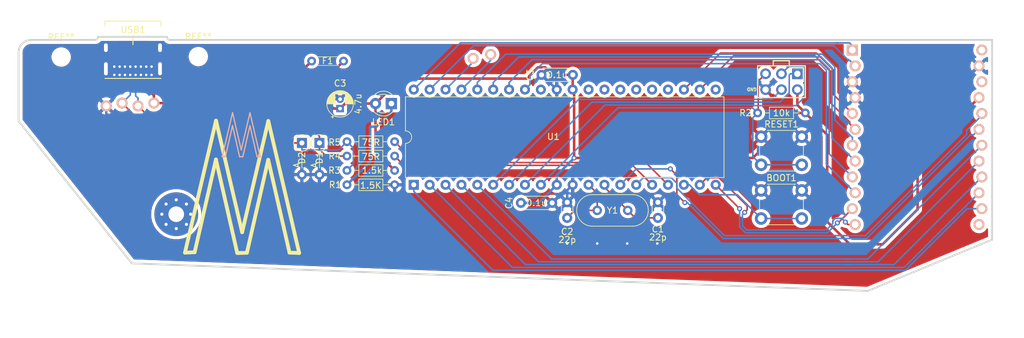
<source format=kicad_pcb>
(kicad_pcb (version 20171130) (host pcbnew 5.1.4+dfsg1-1~bpo10+1)
  (layers (0 F.Cu signal) (31 B.Cu signal) (34 B.Paste user) (35 F.Paste user) (36 B.SilkS user) (37 F.SilkS user) (38 B.Mask user) (39 F.Mask user) (44 Edge.Cuts user))
  (net 0 "")
  (net 1 D-)
  (net 2 GND)
  (net 3 boot)
  (net 4 "Net-(C1-Pad1)")
  (net 5 "Net-(C2-Pad1)")
  (net 6 +5V)
  (net 7 "Net-(D1-Pad1)")
  (net 8 "Net-(F1-Pad1)")
  (net 9 reset)
  (net 10 MOSI)
  (net 11 SCK)
  (net 12 MISO)
  (net 13 "Net-(LED1-Pad1)")
  (net 14 D+)
  (net 15 "Net-(U1-Pad32)")
  (net 16 "Net-(U1-Pad23)")
  (net 17 "Net-(U1-Pad22)")
  (net 18 "Net-(D2-Pad1)")
  (net 19 PD7)
  (net 20 PD6)
  (net 21 PD5)
  (net 22 PD1)
  (net 23 PD0)
  (net 24 PC7)
  (net 25 PC6)
  (net 26 PC5)
  (net 27 PC4)
  (net 28 PC3)
  (net 29 PC2)
  (net 30 PB4)
  (net 31 PB3)
  (net 32 PB2)
  (net 33 PB1)
  (net 34 PB0)
  (net 35 PA7)
  (net 36 PA6)
  (net 37 PA5)
  (net 38 PA4)
  (net 39 PA3)
  (net 40 PA2)
  (net 41 PA1)
  (net 42 PA0)
  (module cftkb:USB_C_GCT_USB4085 (layer F.Cu) (at 78.42 66.8 180)
    (fp_text reference USB1 (at -0.017498 1.13737) (layer F.SilkS))
    (fp_text value USB_C_GCT_USB4085)
    (pad S1 thru_hole oval (at 4.325 -1.74 180) (size 0.9 1.7) (drill oval 0.6 1.4) (layers *.Cu *.Mask))
    (pad S1 thru_hole oval (at -4.325 -1.74 180) (size 0.9 1.7) (drill oval 0.6 1.4) (layers *.Cu *.Mask))
    (pad S1 thru_hole oval (at 4.325 -5.12 180) (size 0.9 2.4) (drill oval 0.6 2.1) (layers *.Cu *.Mask))
    (pad S1 thru_hole oval (at -4.325 -5.12 180) (size 0.9 2.4) (drill oval 0.6 2.1) (layers *.Cu *.Mask))
    (pad B1 thru_hole oval (at 2.98 -4.775 180) (size 0.65 1) (drill 0.4) (layers *.Cu *.Mask) (net 2 GND))
    (pad B4 thru_hole oval (at 2.13 -4.775 180) (size 0.65 1) (drill 0.4) (layers *.Cu *.Mask) (net 6 +5V))
    (pad B5 thru_hole oval (at 1.28 -4.775 180) (size 0.65 1) (drill 0.4) (layers *.Cu *.Mask))
    (pad B6 thru_hole oval (at 0.43 -4.775 180) (size 0.65 1) (drill 0.4) (layers *.Cu *.Mask) (net 7 "Net-(D1-Pad1)"))
    (pad B7 thru_hole oval (at -0.42 -4.775 180) (size 0.65 1) (drill 0.4) (layers *.Cu *.Mask) (net 18 "Net-(D2-Pad1)"))
    (pad B8 thru_hole oval (at -1.27 -4.775 180) (size 0.65 1) (drill 0.4) (layers *.Cu *.Mask))
    (pad B9 thru_hole oval (at -2.12 -4.775 180) (size 0.65 1) (drill 0.4) (layers *.Cu *.Mask) (net 8 "Net-(F1-Pad1)"))
    (pad B12 thru_hole oval (at -2.975 -4.775 180) (size 0.65 1) (drill 0.4) (layers *.Cu *.Mask))
    (pad A12 thru_hole oval (at 2.975 -6.1 180) (size 0.65 1) (drill 0.4) (layers *.Cu *.Mask) (net 2 GND))
    (pad A9 thru_hole oval (at 2.125 -6.1 180) (size 0.65 1) (drill 0.4) (layers *.Cu *.Mask) (net 6 +5V))
    (pad A8 thru_hole oval (at 1.275 -6.1 180) (size 0.65 1) (drill 0.4) (layers *.Cu *.Mask))
    (pad A7 thru_hole oval (at 0.425 -6.1 180) (size 0.65 1) (drill 0.4) (layers *.Cu *.Mask) (net 18 "Net-(D2-Pad1)"))
    (pad A6 thru_hole oval (at -0.425 -6.1 180) (size 0.65 1) (drill 0.4) (layers *.Cu *.Mask) (net 7 "Net-(D1-Pad1)"))
    (pad A4 thru_hole oval (at -2.125 -6.1 180) (size 0.65 1) (drill 0.4) (layers *.Cu *.Mask) (net 8 "Net-(F1-Pad1)"))
    (pad A1 thru_hole oval (at -2.975 -6.1 180) (size 0.65 1) (drill 0.4) (layers *.Cu *.Mask))
    (pad A5 thru_hole oval (at -1.275 -6.1 180) (size 0.65 1) (drill 0.4) (layers *.Cu *.Mask))
  )
  (module Keebio-Parts:SinglePad (layer F.Cu) (at 135.6 69.62)
    (fp_text reference J6 hide)
    (fp_text value PA3 hide)
    (pad 1 thru_hole circle (at 0 0 270) (size 1.7526 1.7526) (drill 1.0922) (layers *.Cu *.SilkS *.Mask) (net 39 PA3))
  )
  (module Keebio-Parts:SinglePad (layer F.Cu) (at 132.79 70.26)
    (fp_text reference J6 hide)
    (fp_text value PA2 hide)
    (pad 1 thru_hole circle (at 0 0 270) (size 1.7526 1.7526) (drill 1.0922) (layers *.Cu *.SilkS *.Mask) (net 40 PA2))
  )
  (module locallib:60_Outline-Modded (layer F.Cu) (at 202.64 114.6)
    (fp_text reference REF** hide)
    (fp_text value 60_Outline hide)
    (fp_line (start 0 -47.3) (end -118.3 -47.3) (layer Edge.Cuts) (width 0.3))
    (fp_arc (start -140.5 -45.3) (end -142.5 -45.3) (angle 90) (layer Edge.Cuts) (width 0.3))
    (fp_line (start -142.5 -34.29) (end -142.5 -45.3) (layer Edge.Cuts) (width 0.3))
    (fp_line (start -129.8 -47.8) (end -118.8 -47.8) (layer Edge.Cuts) (width 0.3))
    (fp_arc (start -130.3 -47.8) (end -129.8 -47.8) (angle 90) (layer Edge.Cuts) (width 0.3))
    (fp_arc (start -118.3 -47.8) (end -118.3 -47.3) (angle 90) (layer Edge.Cuts) (width 0.3))
    (fp_line (start -140.5 -47.3) (end -130.3 -47.3) (layer Edge.Cuts) (width 0.3))
    (pad 1 thru_hole circle (at -115.673654 -17.773654) (size 1 1) (drill 0.5) (layers *.Cu *.Mask))
    (pad 1 thru_hole circle (at -118.926346 -17.773654) (size 1 1) (drill 0.5) (layers *.Cu *.Mask))
    (pad 1 thru_hole circle (at -115.673654 -21.026346) (size 1 1) (drill 0.5) (layers *.Cu *.Mask))
    (pad 1 thru_hole circle (at -118.926346 -21.026346) (size 1 1) (drill 0.5) (layers *.Cu *.Mask))
    (pad 1 thru_hole circle (at -117.3 -17.1) (size 1 1) (drill 0.5) (layers *.Cu *.Mask))
    (pad 1 thru_hole circle (at -115 -19.4) (size 1 1) (drill 0.5) (layers *.Cu *.Mask))
    (pad 1 thru_hole circle (at -119.6 -19.4) (size 1 1) (drill 0.5) (layers *.Cu *.Mask))
    (pad 1 thru_hole circle (at -117.3 -21.7) (size 1 1) (drill 0.5) (layers *.Cu *.Mask))
    (pad 1 thru_hole circle (at -117.3 -19.4) (size 7.0013 7.0013) (drill 2.4994) (layers *.Cu *.Mask))
  )
  (module Package_DIP:DIP-40_W15.24mm (layer F.Cu) (at 123.305 90.49 90)
    (fp_text reference U1 (at 7.7 22.325) (layer F.SilkS))
    (fp_text value ATmega32A-PU)
    (pad 40 thru_hole oval (at 15.24 0 90) (size 1.6 1.6) (drill 0.8) (layers *.Cu *.Mask) (net 42 PA0))
    (pad 20 thru_hole oval (at 0 48.26 90) (size 1.6 1.6) (drill 0.8) (layers *.Cu *.Mask) (net 20 PD6))
    (pad 39 thru_hole oval (at 15.24 2.54 90) (size 1.6 1.6) (drill 0.8) (layers *.Cu *.Mask) (net 41 PA1))
    (pad 19 thru_hole oval (at 0 45.72 90) (size 1.6 1.6) (drill 0.8) (layers *.Cu *.Mask) (net 21 PD5))
    (pad 38 thru_hole oval (at 15.24 5.08 90) (size 1.6 1.6) (drill 0.8) (layers *.Cu *.Mask) (net 40 PA2))
    (pad 18 thru_hole oval (at 0 43.18 90) (size 1.6 1.6) (drill 0.8) (layers *.Cu *.Mask) (net 3 boot))
    (pad 37 thru_hole oval (at 15.24 7.62 90) (size 1.6 1.6) (drill 0.8) (layers *.Cu *.Mask) (net 39 PA3))
    (pad 17 thru_hole oval (at 0 40.64 90) (size 1.6 1.6) (drill 0.8) (layers *.Cu *.Mask) (net 1 D-))
    (pad 36 thru_hole oval (at 15.24 10.16 90) (size 1.6 1.6) (drill 0.8) (layers *.Cu *.Mask) (net 38 PA4))
    (pad 16 thru_hole oval (at 0 38.1 90) (size 1.6 1.6) (drill 0.8) (layers *.Cu *.Mask) (net 14 D+))
    (pad 35 thru_hole oval (at 15.24 12.7 90) (size 1.6 1.6) (drill 0.8) (layers *.Cu *.Mask) (net 37 PA5))
    (pad 15 thru_hole oval (at 0 35.56 90) (size 1.6 1.6) (drill 0.8) (layers *.Cu *.Mask) (net 22 PD1))
    (pad 34 thru_hole oval (at 15.24 15.24 90) (size 1.6 1.6) (drill 0.8) (layers *.Cu *.Mask) (net 36 PA6))
    (pad 14 thru_hole oval (at 0 33.02 90) (size 1.6 1.6) (drill 0.8) (layers *.Cu *.Mask) (net 23 PD0))
    (pad 33 thru_hole oval (at 15.24 17.78 90) (size 1.6 1.6) (drill 0.8) (layers *.Cu *.Mask) (net 35 PA7))
    (pad 13 thru_hole oval (at 0 30.48 90) (size 1.6 1.6) (drill 0.8) (layers *.Cu *.Mask) (net 4 "Net-(C1-Pad1)"))
    (pad 32 thru_hole oval (at 15.24 20.32 90) (size 1.6 1.6) (drill 0.8) (layers *.Cu *.Mask) (net 15 "Net-(U1-Pad32)"))
    (pad 12 thru_hole oval (at 0 27.94 90) (size 1.6 1.6) (drill 0.8) (layers *.Cu *.Mask) (net 5 "Net-(C2-Pad1)"))
    (pad 31 thru_hole oval (at 15.24 22.86 90) (size 1.6 1.6) (drill 0.8) (layers *.Cu *.Mask) (net 2 GND))
    (pad 11 thru_hole oval (at 0 25.4 90) (size 1.6 1.6) (drill 0.8) (layers *.Cu *.Mask) (net 2 GND))
    (pad 30 thru_hole oval (at 15.24 25.4 90) (size 1.6 1.6) (drill 0.8) (layers *.Cu *.Mask) (net 6 +5V))
    (pad 10 thru_hole oval (at 0 22.86 90) (size 1.6 1.6) (drill 0.8) (layers *.Cu *.Mask) (net 6 +5V))
    (pad 29 thru_hole oval (at 15.24 27.94 90) (size 1.6 1.6) (drill 0.8) (layers *.Cu *.Mask) (net 24 PC7))
    (pad 9 thru_hole oval (at 0 20.32 90) (size 1.6 1.6) (drill 0.8) (layers *.Cu *.Mask) (net 9 reset))
    (pad 28 thru_hole oval (at 15.24 30.48 90) (size 1.6 1.6) (drill 0.8) (layers *.Cu *.Mask) (net 25 PC6))
    (pad 8 thru_hole oval (at 0 17.78 90) (size 1.6 1.6) (drill 0.8) (layers *.Cu *.Mask) (net 11 SCK))
    (pad 27 thru_hole oval (at 15.24 33.02 90) (size 1.6 1.6) (drill 0.8) (layers *.Cu *.Mask) (net 26 PC5))
    (pad 7 thru_hole oval (at 0 15.24 90) (size 1.6 1.6) (drill 0.8) (layers *.Cu *.Mask) (net 12 MISO))
    (pad 26 thru_hole oval (at 15.24 35.56 90) (size 1.6 1.6) (drill 0.8) (layers *.Cu *.Mask) (net 27 PC4))
    (pad 6 thru_hole oval (at 0 12.7 90) (size 1.6 1.6) (drill 0.8) (layers *.Cu *.Mask) (net 10 MOSI))
    (pad 25 thru_hole oval (at 15.24 38.1 90) (size 1.6 1.6) (drill 0.8) (layers *.Cu *.Mask) (net 28 PC3))
    (pad 5 thru_hole oval (at 0 10.16 90) (size 1.6 1.6) (drill 0.8) (layers *.Cu *.Mask) (net 30 PB4))
    (pad 24 thru_hole oval (at 15.24 40.64 90) (size 1.6 1.6) (drill 0.8) (layers *.Cu *.Mask) (net 29 PC2))
    (pad 4 thru_hole oval (at 0 7.62 90) (size 1.6 1.6) (drill 0.8) (layers *.Cu *.Mask) (net 31 PB3))
    (pad 23 thru_hole oval (at 15.24 43.18 90) (size 1.6 1.6) (drill 0.8) (layers *.Cu *.Mask) (net 16 "Net-(U1-Pad23)"))
    (pad 3 thru_hole oval (at 0 5.08 90) (size 1.6 1.6) (drill 0.8) (layers *.Cu *.Mask) (net 32 PB2))
    (pad 22 thru_hole oval (at 15.24 45.72 90) (size 1.6 1.6) (drill 0.8) (layers *.Cu *.Mask) (net 17 "Net-(U1-Pad22)"))
    (pad 2 thru_hole oval (at 0 2.54 90) (size 1.6 1.6) (drill 0.8) (layers *.Cu *.Mask) (net 33 PB1))
    (pad 21 thru_hole oval (at 15.24 48.26 90) (size 1.6 1.6) (drill 0.8) (layers *.Cu *.Mask) (net 19 PD7))
    (pad 1 thru_hole rect (at 0 0 90) (size 1.6 1.6) (drill 0.8) (layers *.Cu *.Mask) (net 34 PB0))
  )
  (module MountingHole:MountingHole_2.1mm (layer F.Cu) (at 66.95 70.04)
    (fp_text reference REF** (at 0 -3.2) (layer F.SilkS))
    (fp_text value MountingHole_2.1mm)
    (pad "" np_thru_hole circle (at 0 0) (size 2.1 2.1) (drill 2.1) (layers *.Cu *.Mask))
  )
  (module MountingHole:MountingHole_2.1mm (layer F.Cu) (at 88.87 69.97)
    (fp_text reference REF** (at 0 -3.2) (layer F.SilkS))
    (fp_text value MountingHole_2.1mm)
    (pad "" np_thru_hole circle (at 0 0) (size 2.1 2.1) (drill 2.1) (layers *.Cu *.Mask))
  )
  (module "" (layer F.Cu) (at 76.69 77.64 90)
    (fp_text reference "" (at 0 0 90) (layer F.SilkS) (effects (font (size 1.27 1.27))))
    (fp_text value "" (at 0 0 90) (layer F.SilkS) (effects (font (size 1.27 1.27))))
    (pad 25 thru_hole circle (at 0.2286 5.08 90) (size 1.7526 1.7526) (drill 1.0922) (layers *.Cu *.SilkS *.Mask) (net 8 "Net-(F1-Pad1)"))
    (pad 26 thru_hole circle (at -0.2286 2.54 90) (size 1.7526 1.7526) (drill 1.0922) (layers *.Cu *.SilkS *.Mask) (net 7 "Net-(D1-Pad1)"))
    (pad 27 thru_hole circle (at 0.2286 0 90) (size 1.7526 1.7526) (drill 1.0922) (layers *.Cu *.SilkS *.Mask) (net 18 "Net-(D2-Pad1)"))
    (pad 28 thru_hole circle (at -0.2286 -2.54 90) (size 1.7526 1.7526) (drill 1.0922) (layers *.Cu *.SilkS *.Mask) (net 2 GND))
  )
  (module Keebio-Parts:ArduinoProMicro-Mini-USB-ZigZag (layer F.Cu) (at 203.7588 82.88528 270)
    (fp_text reference U2 hide)
    (fp_text value ProMicro hide)
    (pad 1 thru_hole rect (at -13.97 10.3486 270) (size 1.7526 1.7526) (drill 1.0922) (layers *.Cu *.SilkS *.Mask) (net 42 PA0))
    (pad 2 thru_hole circle (at -11.43 9.8914 270) (size 1.7526 1.7526) (drill 1.0922) (layers *.Cu *.SilkS *.Mask) (net 41 PA1))
    (pad 3 thru_hole circle (at -8.89 10.3486 270) (size 1.7526 1.7526) (drill 1.0922) (layers *.Cu *.SilkS *.Mask) (net 2 GND))
    (pad 4 thru_hole circle (at -6.35 9.8914 270) (size 1.7526 1.7526) (drill 1.0922) (layers *.Cu *.SilkS *.Mask) (net 2 GND))
    (pad 5 thru_hole circle (at -3.81 10.3486 270) (size 1.7526 1.7526) (drill 1.0922) (layers *.Cu *.SilkS *.Mask) (net 16 "Net-(U1-Pad23)"))
    (pad 6 thru_hole circle (at -1.27 9.8914 270) (size 1.7526 1.7526) (drill 1.0922) (layers *.Cu *.SilkS *.Mask) (net 17 "Net-(U1-Pad22)"))
    (pad 7 thru_hole circle (at 1.27 10.3486 270) (size 1.7526 1.7526) (drill 1.0922) (layers *.Cu *.SilkS *.Mask) (net 38 PA4))
    (pad 8 thru_hole circle (at 3.81 9.8914 270) (size 1.7526 1.7526) (drill 1.0922) (layers *.Cu *.SilkS *.Mask) (net 37 PA5))
    (pad 9 thru_hole circle (at 6.35 10.3486 270) (size 1.7526 1.7526) (drill 1.0922) (layers *.Cu *.SilkS *.Mask) (net 36 PA6))
    (pad 10 thru_hole circle (at 8.89 9.8914 270) (size 1.7526 1.7526) (drill 1.0922) (layers *.Cu *.SilkS *.Mask) (net 35 PA7))
    (pad 11 thru_hole circle (at 11.43 10.3486 270) (size 1.7526 1.7526) (drill 1.0922) (layers *.Cu *.SilkS *.Mask) (net 20 PD6))
    (pad 13 thru_hole circle (at 13.97 -9.8914 270) (size 1.7526 1.7526) (drill 1.0922) (layers *.Cu *.SilkS *.Mask))
    (pad 14 thru_hole circle (at 11.43 -10.3486 270) (size 1.7526 1.7526) (drill 1.0922) (layers *.Cu *.SilkS *.Mask) (net 34 PB0))
    (pad 15 thru_hole circle (at 8.89 -9.8914 270) (size 1.7526 1.7526) (drill 1.0922) (layers *.Cu *.SilkS *.Mask) (net 33 PB1))
    (pad 16 thru_hole circle (at 6.35 -10.3486 270) (size 1.7526 1.7526) (drill 1.0922) (layers *.Cu *.SilkS *.Mask) (net 32 PB2))
    (pad 17 thru_hole circle (at 3.81 -9.8914 270) (size 1.7526 1.7526) (drill 1.0922) (layers *.Cu *.SilkS *.Mask) (net 31 PB3))
    (pad 18 thru_hole circle (at 1.27 -10.3486 270) (size 1.7526 1.7526) (drill 1.0922) (layers *.Cu *.SilkS *.Mask) (net 30 PB4))
    (pad 19 thru_hole circle (at -1.27 -9.8914 270) (size 1.7526 1.7526) (drill 1.0922) (layers *.Cu *.SilkS *.Mask) (net 23 PD0))
    (pad 20 thru_hole circle (at -3.81 -10.3486 270) (size 1.7526 1.7526) (drill 1.0922) (layers *.Cu *.SilkS *.Mask) (net 22 PD1))
    (pad 21 thru_hole circle (at -6.35 -9.8914 270) (size 1.7526 1.7526) (drill 1.0922) (layers *.Cu *.SilkS *.Mask) (net 6 +5V))
    (pad 22 thru_hole circle (at -8.89 -10.3486 270) (size 1.7526 1.7526) (drill 1.0922) (layers *.Cu *.SilkS *.Mask))
    (pad 23 thru_hole circle (at -11.43 -9.8914 270) (size 1.7526 1.7526) (drill 1.0922) (layers *.Cu *.SilkS *.Mask) (net 2 GND))
    (pad 12 thru_hole circle (at 13.97 9.8914 270) (size 1.7526 1.7526) (drill 1.0922) (layers *.Cu *.SilkS *.Mask) (net 21 PD5))
    (pad 24 thru_hole circle (at -13.97 -10.3486 270) (size 1.7526 1.7526) (drill 1.0922) (layers *.Cu *.SilkS *.Mask))
  )
  (module Resistor_THT:R_Axial_DIN0204_L3.6mm_D1.6mm_P7.62mm_Horizontal (layer F.Cu) (at 120.25 83.59 180)
    (fp_text reference R5 (at 9.6 -0.1) (layer F.SilkS))
    (fp_text value 75R (at 3.8 -0.1) (layer F.SilkS))
    (pad 2 thru_hole oval (at 7.62 0 180) (size 1.4 1.4) (drill 0.7) (layers *.Cu *.Mask) (net 18 "Net-(D2-Pad1)"))
    (pad 1 thru_hole circle (at 0 0 180) (size 1.4 1.4) (drill 0.7) (layers *.Cu *.Mask) (net 1 D-))
  )
  (module Crystal:Crystal_HC49-4H_Vertical (layer F.Cu) (at 152.63 94.59)
    (fp_text reference Y1 (at 2.44 0) (layer F.SilkS))
    (fp_text value Crystal)
    (pad 2 thru_hole circle (at 4.88 0) (size 1.5 1.5) (drill 0.8) (layers *.Cu *.Mask) (net 4 "Net-(C1-Pad1)"))
    (pad 1 thru_hole circle (at 0 0) (size 1.5 1.5) (drill 0.8) (layers *.Cu *.Mask) (net 5 "Net-(C2-Pad1)"))
  )
  (module Button_Switch_THT:SW_PUSH_6mm (layer F.Cu) (at 178.83 82.79)
    (fp_text reference RESET1 (at 3.25 -2) (layer F.SilkS))
    (fp_text value RESET)
    (pad 1 thru_hole circle (at 6.5 0 90) (size 2 2) (drill 1.1) (layers *.Cu *.Mask) (net 2 GND))
    (pad 2 thru_hole circle (at 6.5 4.5 90) (size 2 2) (drill 1.1) (layers *.Cu *.Mask) (net 9 reset))
    (pad 1 thru_hole circle (at 0 0 90) (size 2 2) (drill 1.1) (layers *.Cu *.Mask) (net 2 GND))
    (pad 2 thru_hole circle (at 0 4.5 90) (size 2 2) (drill 1.1) (layers *.Cu *.Mask) (net 9 reset))
  )
  (module Resistor_THT:R_Axial_DIN0204_L3.6mm_D1.6mm_P7.62mm_Horizontal (layer F.Cu) (at 120.25 85.89 180)
    (fp_text reference R4 (at 9.6 0) (layer F.SilkS))
    (fp_text value 75R (at 3.81 -0.1) (layer F.SilkS))
    (pad 2 thru_hole oval (at 7.62 0 180) (size 1.4 1.4) (drill 0.7) (layers *.Cu *.Mask) (net 7 "Net-(D1-Pad1)"))
    (pad 1 thru_hole circle (at 0 0 180) (size 1.4 1.4) (drill 0.7) (layers *.Cu *.Mask) (net 14 D+))
  )
  (module Resistor_THT:R_Axial_DIN0204_L3.6mm_D1.6mm_P7.62mm_Horizontal (layer F.Cu) (at 112.63 88.19)
    (fp_text reference R3 (at -2 0) (layer F.SilkS))
    (fp_text value 1.5k (at 4 0) (layer F.SilkS))
    (pad 2 thru_hole oval (at 7.62 0) (size 1.4 1.4) (drill 0.7) (layers *.Cu *.Mask) (net 6 +5V))
    (pad 1 thru_hole circle (at 0 0) (size 1.4 1.4) (drill 0.7) (layers *.Cu *.Mask) (net 18 "Net-(D2-Pad1)"))
  )
  (module Resistor_THT:R_Axial_DIN0204_L3.6mm_D1.6mm_P7.62mm_Horizontal (layer F.Cu) (at 185.89 78.99 180)
    (fp_text reference R2 (at 9.56 0) (layer F.SilkS))
    (fp_text value 10k (at 3.81 0) (layer F.SilkS))
    (pad 2 thru_hole oval (at 7.62 0 180) (size 1.4 1.4) (drill 0.7) (layers *.Cu *.Mask) (net 9 reset))
    (pad 1 thru_hole circle (at 0 0 180) (size 1.4 1.4) (drill 0.7) (layers *.Cu *.Mask) (net 6 +5V))
  )
  (module Resistor_THT:R_Axial_DIN0204_L3.6mm_D1.6mm_P7.62mm_Horizontal (layer F.Cu) (at 112.63 90.49)
    (fp_text reference R1 (at -1.9 0) (layer F.SilkS))
    (fp_text value 1.5K (at 3.8 0.1) (layer F.SilkS))
    (pad 2 thru_hole oval (at 7.62 0) (size 1.4 1.4) (drill 0.7) (layers *.Cu *.Mask) (net 2 GND))
    (pad 1 thru_hole circle (at 0 0) (size 1.4 1.4) (drill 0.7) (layers *.Cu *.Mask) (net 13 "Net-(LED1-Pad1)"))
  )
  (module LED_THT:LED_D3.0mm (layer F.Cu) (at 119.73 77.49 180)
    (fp_text reference LED1 (at 1.27 -2.96) (layer F.SilkS))
    (fp_text value POWER)
    (pad 2 thru_hole circle (at 2.54 0 180) (size 1.8 1.8) (drill 0.9) (layers *.Cu *.Mask) (net 6 +5V))
    (pad 1 thru_hole rect (at 0 0 180) (size 1.8 1.8) (drill 0.9) (layers *.Cu *.Mask) (net 13 "Net-(LED1-Pad1)"))
  )
  (module Keebio-Parts:AVR_ICSP_3x2 (layer F.Cu) (at 182.08 73.99 180)
    (fp_text reference J1 hide)
    (fp_text value AVR-ISP-6 hide)
    (pad 6 thru_hole circle (at 2.54 -1.27 180) (size 1.7 1.7) (drill 1.016) (layers *.Cu *.Mask) (net 2 GND))
    (pad 5 thru_hole circle (at 2.54 1.27 180) (size 1.7 1.7) (drill 1.016) (layers *.Cu *.Mask) (net 9 reset))
    (pad 4 thru_hole circle (at 0 -1.27 180) (size 1.7 1.7) (drill 1.016) (layers *.Cu *.Mask) (net 10 MOSI))
    (pad 3 thru_hole circle (at 0 1.27 180) (size 1.7 1.7) (drill 1.016) (layers *.Cu *.Mask) (net 11 SCK))
    (pad 2 thru_hole circle (at -2.54 -1.27 180) (size 1.7 1.7) (drill 1.016) (layers *.Cu *.Mask) (net 6 +5V))
    (pad 1 thru_hole rect (at -2.54 1.27 180) (size 1.7 1.7) (drill 1.016) (layers *.Cu *.Mask) (net 12 MISO))
  )
  (module Keebio-Parts:polyfuse_5.1mm (layer F.Cu) (at 109.53 70.69)
    (fp_text reference F1 (at 0 -0.025) (layer F.SilkS))
    (fp_text value 500mA)
    (pad 1 thru_hole circle (at -2.55 0) (size 1.4 1.4) (drill 0.7) (layers *.Cu *.Mask) (net 8 "Net-(F1-Pad1)"))
    (pad 2 thru_hole circle (at 2.55 0) (size 1.4 1.4) (drill 0.7) (layers *.Cu *.Mask) (net 6 +5V))
  )
  (module Diode_THT:D_DO-35_SOD27_P5.08mm_Vertical_AnodeUp (layer F.Cu) (at 105.43 83.79 270)
    (fp_text reference D2 (at 2.4 0 90) (layer F.SilkS))
    (fp_text value 3.6V)
    (fp_text user A (at 3.58 0.8 90) (layer F.SilkS))
    (pad 2 thru_hole oval (at 5.08 0 270) (size 1.6 1.6) (drill 0.8) (layers *.Cu *.Mask) (net 2 GND))
    (pad 1 thru_hole rect (at 0 0 270) (size 1.6 1.6) (drill 0.8) (layers *.Cu *.Mask) (net 18 "Net-(D2-Pad1)"))
  )
  (module Diode_THT:D_DO-35_SOD27_P5.08mm_Vertical_AnodeUp (layer F.Cu) (at 108.23 83.79 270)
    (fp_text reference D1 (at 2.4 0 90) (layer F.SilkS))
    (fp_text value 3.6V)
    (fp_text user A (at 3.58 0.8 90) (layer F.SilkS))
    (pad 2 thru_hole oval (at 5.08 0 270) (size 1.6 1.6) (drill 0.8) (layers *.Cu *.Mask) (net 2 GND))
    (pad 1 thru_hole rect (at 0 0 270) (size 1.6 1.6) (drill 0.8) (layers *.Cu *.Mask) (net 7 "Net-(D1-Pad1)"))
  )
  (module Capacitor_THT:C_Disc_D4.3mm_W1.9mm_P5.00mm (layer F.Cu) (at 148.73 72.89 180)
    (fp_text reference C5 (at 6.8 0 270) (layer F.SilkS))
    (fp_text value 0.1u (at 2.5 0) (layer F.SilkS))
    (pad 2 thru_hole circle (at 5 0 180) (size 1.6 1.6) (drill 0.8) (layers *.Cu *.Mask) (net 2 GND))
    (pad 1 thru_hole circle (at 0 0 180) (size 1.6 1.6) (drill 0.8) (layers *.Cu *.Mask) (net 6 +5V))
  )
  (module Capacitor_THT:C_Disc_D4.3mm_W1.9mm_P5.00mm (layer F.Cu) (at 140.43 93.39)
    (fp_text reference C4 (at -1.9 0 -90) (layer F.SilkS))
    (fp_text value 0.1u (at 2.5 0) (layer F.SilkS))
    (pad 2 thru_hole circle (at 5 0) (size 1.6 1.6) (drill 0.8) (layers *.Cu *.Mask) (net 2 GND))
    (pad 1 thru_hole circle (at 0 0) (size 1.6 1.6) (drill 0.8) (layers *.Cu *.Mask) (net 6 +5V))
  )
  (module Capacitor_THT:CP_Radial_D4.0mm_P1.50mm (layer F.Cu) (at 111.53 78.29 90)
    (fp_text reference C3 (at 4.047599 0 180) (layer F.SilkS))
    (fp_text value 4.7u (at 0.75 2.9 90) (layer F.SilkS))
    (pad 2 thru_hole circle (at 1.5 0 90) (size 1.2 1.2) (drill 0.6) (layers *.Cu *.Mask) (net 2 GND))
    (pad 1 thru_hole rect (at 0 0 90) (size 1.2 1.2) (drill 0.6) (layers *.Cu *.Mask) (net 6 +5V))
  )
  (module Capacitor_THT:C_Disc_D3.0mm_W1.6mm_P2.50mm (layer F.Cu) (at 147.83 95.79 90)
    (fp_text reference C2 (at -2.2 0 180) (layer F.SilkS))
    (fp_text value 22p (at -3.5 0 180) (layer F.SilkS))
    (pad 2 thru_hole circle (at 2.5 0 90) (size 1.6 1.6) (drill 0.8) (layers *.Cu *.Mask) (net 2 GND))
    (pad 1 thru_hole circle (at 0 0 90) (size 1.6 1.6) (drill 0.8) (layers *.Cu *.Mask) (net 5 "Net-(C2-Pad1)"))
  )
  (module Capacitor_THT:C_Disc_D3.0mm_W1.6mm_P2.50mm (layer F.Cu) (at 162.33 95.79 90)
    (fp_text reference C1 (at -1.8 0 180) (layer F.SilkS))
    (fp_text value 22p (at -3.1 0 180) (layer F.SilkS))
    (pad 2 thru_hole circle (at 2.5 0 90) (size 1.6 1.6) (drill 0.8) (layers *.Cu *.Mask) (net 2 GND))
    (pad 1 thru_hole circle (at 0 0 90) (size 1.6 1.6) (drill 0.8) (layers *.Cu *.Mask) (net 4 "Net-(C1-Pad1)"))
  )
  (module Button_Switch_THT:SW_PUSH_6mm (layer F.Cu) (at 178.83 91.39)
    (fp_text reference BOOT1 (at 3.25 -2) (layer F.SilkS))
    (fp_text value BOOT)
    (pad 1 thru_hole circle (at 6.5 0 90) (size 2 2) (drill 1.1) (layers *.Cu *.Mask) (net 2 GND))
    (pad 2 thru_hole circle (at 6.5 4.5 90) (size 2 2) (drill 1.1) (layers *.Cu *.Mask) (net 3 boot))
    (pad 1 thru_hole circle (at 0 0 90) (size 2 2) (drill 1.1) (layers *.Cu *.Mask) (net 2 GND))
    (pad 2 thru_hole circle (at 0 4.5 90) (size 2 2) (drill 1.1) (layers *.Cu *.Mask) (net 3 boot))
  )
  (gr_line (start 93.199541 85.97223) (end 94.334547 81.020387) (layer B.SilkS) (width 0.2))
  (gr_line (start 94.339337 78.947084) (end 92.6841 85.991843) (layer B.SilkS) (width 0.2))
  (gr_line (start 92.6841 85.991843) (end 93.199541 85.97223) (layer B.SilkS) (width 0.2))
  (gr_line (start 94.334547 81.020387) (end 95.469553 86.011456) (layer B.SilkS) (width 0.2))
  (gr_line (start 95.729578 84.904781) (end 94.339337 78.947084) (layer B.SilkS) (width 0.2))
  (gr_line (start 95.469553 86.011456) (end 95.983068 86.002362) (layer B.SilkS) (width 0.2))
  (gr_line (start 95.983068 86.002362) (end 97.12 81.04) (layer B.SilkS) (width 0.2))
  (gr_line (start 98.770447 86.011456) (end 97.124789 78.966697) (layer B.SilkS) (width 0.2))
  (gr_line (start 98.255006 85.991843) (end 98.770447 86.011456) (layer B.SilkS) (width 0.2))
  (gr_line (start 97.124789 78.966697) (end 95.729578 84.904781) (layer B.SilkS) (width 0.2))
  (gr_line (start 97.12 81.04) (end 98.255006 85.991843) (layer B.SilkS) (width 0.2))
  (gr_line (start 104.992681 101.41) (end 100.055708 80.275724) (layer F.SilkS) (width 0.6))
  (gr_line (start 96.630545 101.382718) (end 100.041339 86.495633) (layer F.SilkS) (width 0.6))
  (gr_line (start 95.870073 98.089974) (end 91.69935 80.216884) (layer F.SilkS) (width 0.6))
  (gr_line (start 100.055708 80.275724) (end 95.870073 98.089974) (layer F.SilkS) (width 0.6))
  (gr_line (start 86.733641 101.35116) (end 88.279962 101.292321) (layer F.SilkS) (width 0.6))
  (gr_line (start 91.69935 80.216884) (end 86.733641 101.35116) (layer F.SilkS) (width 0.6))
  (gr_line (start 100.041339 86.495633) (end 103.446359 101.35116) (layer F.SilkS) (width 0.6))
  (gr_line (start 91.684981 86.436794) (end 95.09 101.41) (layer F.SilkS) (width 0.6))
  (gr_line (start 103.446359 101.35116) (end 104.992681 101.41) (layer F.SilkS) (width 0.6))
  (gr_line (start 88.279962 101.292321) (end 91.684981 86.436794) (layer F.SilkS) (width 0.6))
  (gr_line (start 95.09 101.41) (end 96.630545 101.382718) (layer F.SilkS) (width 0.6))
  (gr_line (start 78.24 103.07) (end 60.14 80.31) (layer Edge.Cuts) (width 0.3))
  (gr_line (start 195.88 107.48) (end 78.24 103.07) (layer Edge.Cuts) (width 0.3))
  (gr_line (start 215.76 99.27) (end 195.88 107.48) (layer Edge.Cuts) (width 0.3))
  (gr_line (start 215.76 67.3) (end 215.76 99.27) (layer Edge.Cuts) (width 0.3))
  (gr_line (start 202.64 67.3) (end 215.76 67.3) (layer Edge.Cuts) (width 0.3))
  (gr_text GND (at 177.33 75.19 180) (layer F.SilkS) (effects (font (size 0.5 0.5) (thickness 0.125))))
  (segment (start 81.395 71.575) (end 81.395 72.9) (width 0.4) (layer B.Cu) (net 0))
  (segment (start 163.145001 89.690001) (end 163.945 90.49) (width 0.25) (layer F.Cu) (net 1))
  (segment (start 160.380154 86.925154) (end 163.145001 89.690001) (width 0.25) (layer F.Cu) (net 1))
  (segment (start 123.585154 86.925154) (end 160.380154 86.925154) (width 0.25) (layer F.Cu) (net 1))
  (segment (start 120.25 83.59) (end 123.585154 86.925154) (width 0.25) (layer F.Cu) (net 1))
  (segment (start 143.73 72.89) (end 143.805 72.89) (width 0.4) (layer F.Cu) (net 2))
  (segment (start 110.13 76.79) (end 111.53 76.79) (width 0.4) (layer B.Cu) (net 2))
  (segment (start 147.83 91.365) (end 148.705 90.49) (width 0.4) (layer B.Cu) (net 2))
  (segment (start 147.83 93.29) (end 147.83 91.365) (width 0.4) (layer B.Cu) (net 2))
  (segment (start 143.805 72.89) (end 146.165 75.25) (width 0.4) (layer B.Cu) (net 2))
  (segment (start 143.73 72.89) (end 143.805 72.89) (width 0.4) (layer B.Cu) (net 2))
  (via (at 162.23 99.89) (size 0.8) (drill 0.4) (layers F.Cu B.Cu) (net 2))
  (via (at 157.43 99.89) (size 0.8) (drill 0.4) (layers F.Cu B.Cu) (net 2))
  (via (at 152.63 99.89) (size 0.8) (drill 0.4) (layers F.Cu B.Cu) (net 2))
  (via (at 147.83 99.89) (size 0.8) (drill 0.4) (layers F.Cu B.Cu) (net 2))
  (segment (start 111.53 76.79) (end 85.09 76.79) (width 0.4) (layer B.Cu) (net 2))
  (segment (start 74.15 77.8686) (end 74.15 79.107875) (width 0.4) (layer B.Cu) (net 2))
  (segment (start 75.33 79.29) (end 76.3 79.29) (width 0.4) (layer B.Cu) (net 2))
  (segment (start 74.332125 79.29) (end 76.3 79.29) (width 0.4) (layer B.Cu) (net 2))
  (segment (start 74.15 79.107875) (end 74.332125 79.29) (width 0.4) (layer B.Cu) (net 2))
  (segment (start 82.59 79.29) (end 85.09 76.79) (width 0.4) (layer B.Cu) (net 2))
  (segment (start 82.02 79.29) (end 82.59 79.29) (width 0.4) (layer B.Cu) (net 2))
  (segment (start 76.3 79.29) (end 82.02 79.29) (width 0.4) (layer B.Cu) (net 2))
  (segment (start 75.44 71.575) (end 75.44 72.895) (width 0.4) (layer B.Cu) (net 2))
  (segment (start 75.445 76.5736) (end 75.445 72.9) (width 0.4) (layer B.Cu) (net 2))
  (segment (start 74.15 77.8686) (end 75.445 76.5736) (width 0.4) (layer B.Cu) (net 2))
  (segment (start 175.03 92.09) (end 178.83 95.89) (width 0.25) (layer B.Cu) (net 3))
  (segment (start 168.959998 92.09) (end 175.03 92.09) (width 0.25) (layer B.Cu) (net 3))
  (segment (start 166.485 90.49) (end 167.359998 90.49) (width 0.25) (layer B.Cu) (net 3))
  (segment (start 167.359998 90.49) (end 168.959998 92.09) (width 0.25) (layer B.Cu) (net 3))
  (segment (start 180.244213 95.89) (end 185.33 95.89) (width 0.25) (layer B.Cu) (net 3))
  (segment (start 178.83 95.89) (end 180.244213 95.89) (width 0.25) (layer B.Cu) (net 3))
  (segment (start 158.71 95.79) (end 157.51 94.59) (width 0.25) (layer F.Cu) (net 4))
  (segment (start 162.33 95.79) (end 158.71 95.79) (width 0.25) (layer F.Cu) (net 4))
  (segment (start 153.785 90.865) (end 153.785 90.49) (width 0.25) (layer F.Cu) (net 4))
  (segment (start 157.51 94.59) (end 153.785 90.865) (width 0.25) (layer F.Cu) (net 4))
  (segment (start 152.63 91.875) (end 151.245 90.49) (width 0.25) (layer F.Cu) (net 5))
  (segment (start 152.63 94.59) (end 152.63 91.875) (width 0.25) (layer F.Cu) (net 5))
  (segment (start 149.03 94.59) (end 147.83 95.79) (width 0.25) (layer F.Cu) (net 5))
  (segment (start 152.63 94.59) (end 149.03 94.59) (width 0.25) (layer F.Cu) (net 5))
  (via (at 148.940153 86.200153) (size 0.8) (drill 0.4) (layers F.Cu B.Cu) (net 6))
  (segment (start 148.940153 75.485153) (end 148.705 75.25) (width 0.4) (layer F.Cu) (net 6))
  (segment (start 146.165 90.49) (end 146.165 88.975306) (width 0.4) (layer B.Cu) (net 6))
  (segment (start 109.53 77.29) (end 110.53 78.29) (width 0.4) (layer F.Cu) (net 6))
  (segment (start 117.19 77.49) (end 117.19 85.13) (width 0.4) (layer F.Cu) (net 6))
  (segment (start 117.19 85.13) (end 120.25 88.19) (width 0.4) (layer F.Cu) (net 6))
  (segment (start 109.53 73.24) (end 109.53 77.29) (width 0.4) (layer F.Cu) (net 6))
  (segment (start 110.53 78.29) (end 111.53 78.29) (width 0.4) (layer F.Cu) (net 6))
  (segment (start 148.940153 86.200153) (end 148.940153 75.485153) (width 0.4) (layer F.Cu) (net 6))
  (segment (start 148.705 75.25) (end 148.705 72.915) (width 0.4) (layer F.Cu) (net 6))
  (segment (start 148.705 72.915) (end 148.73 72.89) (width 0.4) (layer F.Cu) (net 6))
  (segment (start 112.08 70.69) (end 109.53 73.24) (width 0.4) (layer F.Cu) (net 6))
  (segment (start 117.19 77.49) (end 112.33 77.49) (width 0.4) (layer F.Cu) (net 6))
  (segment (start 112.33 77.49) (end 111.53 78.29) (width 0.4) (layer F.Cu) (net 6))
  (segment (start 146.165 88.975306) (end 148.940153 86.200153) (width 0.4) (layer B.Cu) (net 6))
  (segment (start 143.265 93.39) (end 146.165 90.49) (width 0.4) (layer B.Cu) (net 6))
  (segment (start 140.43 93.39) (end 143.265 93.39) (width 0.4) (layer B.Cu) (net 6))
  (segment (start 118.089999 76.590001) (end 117.19 77.49) (width 0.4) (layer F.Cu) (net 6))
  (segment (start 145.506002 72.89) (end 144.306001 71.689999) (width 0.4) (layer F.Cu) (net 6))
  (segment (start 148.73 72.89) (end 145.506002 72.89) (width 0.4) (layer F.Cu) (net 6))
  (segment (start 141.353998 73.49) (end 121.19 73.49) (width 0.4) (layer F.Cu) (net 6))
  (segment (start 144.306001 71.689999) (end 143.153999 71.689999) (width 0.4) (layer F.Cu) (net 6))
  (segment (start 143.153999 71.689999) (end 141.353998 73.49) (width 0.4) (layer F.Cu) (net 6))
  (segment (start 121.19 73.49) (end 118.089999 76.590001) (width 0.4) (layer F.Cu) (net 6))
  (segment (start 184.62 77.72) (end 184.62 75.26) (width 0.4) (layer F.Cu) (net 6))
  (segment (start 185.89 78.99) (end 184.62 77.72) (width 0.4) (layer F.Cu) (net 6))
  (segment (start 184.900051 78.99) (end 185.89 78.99) (width 0.4) (layer F.Cu) (net 6))
  (segment (start 177.502002 86.19) (end 184.702002 78.99) (width 0.4) (layer F.Cu) (net 6))
  (segment (start 184.702002 78.99) (end 184.900051 78.99) (width 0.4) (layer F.Cu) (net 6))
  (segment (start 149.515991 86.19) (end 177.502002 86.19) (width 0.4) (layer F.Cu) (net 6))
  (segment (start 149.505838 86.200153) (end 149.515991 86.19) (width 0.4) (layer F.Cu) (net 6))
  (segment (start 148.940153 86.200153) (end 149.505838 86.200153) (width 0.4) (layer F.Cu) (net 6))
  (segment (start 185.89 78.99) (end 189.39 82.49) (width 0.4) (layer F.Cu) (net 6))
  (segment (start 189.39 94.973007) (end 189.43 95.013007) (width 0.25) (layer F.Cu) (net 6))
  (segment (start 189.39 82.49) (end 189.39 94.973007) (width 0.4) (layer F.Cu) (net 6))
  (segment (start 203.84 86.34548) (end 203.84 94.42) (width 0.4) (layer F.Cu) (net 6))
  (segment (start 213.6502 76.53528) (end 203.84 86.34548) (width 0.4) (layer F.Cu) (net 6))
  (segment (start 203.84 94.42) (end 198.25 100.01) (width 0.4) (layer F.Cu) (net 6))
  (segment (start 189.39 96.39) (end 193.01 100.01) (width 0.4) (layer F.Cu) (net 6))
  (segment (start 198.25 100.01) (end 193.01 100.01) (width 0.4) (layer F.Cu) (net 6))
  (segment (start 189.39 96.3) (end 189.39 96.39) (width 0.25) (layer F.Cu) (net 6))
  (segment (start 189.39 94.973007) (end 189.39 96.3) (width 0.4) (layer F.Cu) (net 6))
  (segment (start 76.29 72.895) (end 76.295 72.9) (width 0.25) (layer B.Cu) (net 6))
  (segment (start 76.29 71.575) (end 76.29 72.895) (width 0.4) (layer B.Cu) (net 6))
  (segment (start 80.54 72.895) (end 80.545 72.9) (width 0.25) (layer B.Cu) (net 8))
  (segment (start 80.54 71.575) (end 80.54 72.895) (width 0.4) (layer B.Cu) (net 8))
  (segment (start 111.640051 85.89) (end 112.63 85.89) (width 0.25) (layer F.Cu) (net 7))
  (segment (start 109.28 85.89) (end 111.640051 85.89) (width 0.25) (layer F.Cu) (net 7))
  (segment (start 108.23 84.84) (end 109.28 85.89) (width 0.25) (layer F.Cu) (net 7))
  (segment (start 108.23 83.79) (end 108.23 84.84) (width 0.25) (layer F.Cu) (net 7))
  (segment (start 108.23 82.74) (end 108.23 83.79) (width 0.25) (layer F.Cu) (net 7))
  (segment (start 106.84 81.35) (end 108.23 82.74) (width 0.25) (layer F.Cu) (net 7))
  (segment (start 82.7114 81.35) (end 79.23 77.8686) (width 0.25) (layer F.Cu) (net 7))
  (segment (start 87.44 81.35) (end 82.7114 81.35) (width 0.25) (layer F.Cu) (net 7))
  (segment (start 87.44 81.35) (end 106.84 81.35) (width 0.25) (layer F.Cu) (net 7))
  (segment (start 87.1814 81.35) (end 87.44 81.35) (width 0.25) (layer F.Cu) (net 7))
  (segment (start 78.845 73.65) (end 78.845 72.9) (width 0.25) (layer B.Cu) (net 7))
  (segment (start 78.845 76.244325) (end 78.845 73.65) (width 0.25) (layer B.Cu) (net 7))
  (segment (start 79.23 76.629325) (end 78.845 76.244325) (width 0.25) (layer B.Cu) (net 7))
  (segment (start 79.23 77.8686) (end 79.23 76.629325) (width 0.25) (layer B.Cu) (net 7))
  (segment (start 106.98 70.69) (end 104.7086 72.9614) (width 0.4) (layer F.Cu) (net 8))
  (segment (start 84.5386 77.4114) (end 88.9886 72.9614) (width 0.4) (layer F.Cu) (net 8))
  (segment (start 81.77 77.4114) (end 84.5386 77.4114) (width 0.4) (layer F.Cu) (net 8))
  (segment (start 104.7086 72.9614) (end 88.9886 72.9614) (width 0.4) (layer F.Cu) (net 8))
  (segment (start 80.545 73.65) (end 80.545 72.9) (width 0.4) (layer F.Cu) (net 8))
  (segment (start 80.545 74.947125) (end 80.545 73.65) (width 0.4) (layer F.Cu) (net 8))
  (segment (start 81.77 76.172125) (end 80.545 74.947125) (width 0.4) (layer F.Cu) (net 8))
  (segment (start 81.77 77.4114) (end 81.77 76.172125) (width 0.4) (layer F.Cu) (net 8))
  (segment (start 178.690001 73.569999) (end 179.54 72.72) (width 0.25) (layer F.Cu) (net 9))
  (segment (start 178.364999 73.895001) (end 178.690001 73.569999) (width 0.25) (layer F.Cu) (net 9))
  (segment (start 178.364999 78.895001) (end 178.364999 73.895001) (width 0.25) (layer F.Cu) (net 9))
  (segment (start 178.27 78.99) (end 178.364999 78.895001) (width 0.25) (layer F.Cu) (net 9))
  (segment (start 177.830001 86.290001) (end 178.83 87.29) (width 0.25) (layer B.Cu) (net 9))
  (segment (start 177.504999 85.964999) (end 177.830001 86.290001) (width 0.25) (layer B.Cu) (net 9))
  (segment (start 177.504999 79.755001) (end 177.504999 85.964999) (width 0.25) (layer B.Cu) (net 9))
  (segment (start 178.27 78.99) (end 177.504999 79.755001) (width 0.25) (layer B.Cu) (net 9))
  (segment (start 178.83 87.29) (end 185.33 87.29) (width 0.25) (layer B.Cu) (net 9))
  (segment (start 177.570001 78.290001) (end 178.27 78.99) (width 0.25) (layer B.Cu) (net 9))
  (segment (start 155.950002 78.164998) (end 177.444998 78.164998) (width 0.25) (layer B.Cu) (net 9))
  (segment (start 177.444998 78.164998) (end 177.570001 78.290001) (width 0.25) (layer B.Cu) (net 9))
  (segment (start 143.625 90.49) (end 155.950002 78.164998) (width 0.25) (layer B.Cu) (net 9))
  (segment (start 181.230001 76.109999) (end 182.08 75.26) (width 0.25) (layer B.Cu) (net 10))
  (segment (start 149.680035 76.814965) (end 180.525035 76.814965) (width 0.25) (layer B.Cu) (net 10))
  (segment (start 180.525035 76.814965) (end 181.230001 76.109999) (width 0.25) (layer B.Cu) (net 10))
  (segment (start 136.005 90.49) (end 149.680035 76.814965) (width 0.25) (layer B.Cu) (net 10))
  (segment (start 185.795001 76.424999) (end 185.795001 71.609999) (width 0.25) (layer B.Cu) (net 11))
  (segment (start 177.631398 77.714987) (end 177.731398 77.814987) (width 0.25) (layer B.Cu) (net 11))
  (segment (start 184.405013 77.814987) (end 185.795001 76.424999) (width 0.25) (layer B.Cu) (net 11))
  (segment (start 177.731398 77.814987) (end 184.405013 77.814987) (width 0.25) (layer B.Cu) (net 11))
  (segment (start 183.255001 71.544999) (end 182.929999 71.870001) (width 0.25) (layer B.Cu) (net 11))
  (segment (start 185.795001 71.609999) (end 185.730001 71.544999) (width 0.25) (layer B.Cu) (net 11))
  (segment (start 153.860013 77.714987) (end 177.631398 77.714987) (width 0.25) (layer B.Cu) (net 11))
  (segment (start 185.730001 71.544999) (end 183.255001 71.544999) (width 0.25) (layer B.Cu) (net 11))
  (segment (start 182.929999 71.870001) (end 182.08 72.72) (width 0.25) (layer B.Cu) (net 11))
  (segment (start 141.085 90.49) (end 153.860013 77.714987) (width 0.25) (layer B.Cu) (net 11))
  (segment (start 151.770024 77.264976) (end 181.814026 77.264976) (width 0.25) (layer B.Cu) (net 12))
  (segment (start 181.814026 77.264976) (end 183.33 75.749002) (width 0.25) (layer B.Cu) (net 12))
  (segment (start 183.33 75.749002) (end 183.33 72.91) (width 0.25) (layer B.Cu) (net 12))
  (segment (start 183.33 72.91) (end 183.52 72.72) (width 0.25) (layer B.Cu) (net 12))
  (segment (start 183.52 72.72) (end 184.62 72.72) (width 0.25) (layer B.Cu) (net 12))
  (segment (start 138.545 90.49) (end 151.770024 77.264976) (width 0.25) (layer B.Cu) (net 12))
  (segment (start 112.63 90.49) (end 116.33 86.79) (width 0.4) (layer B.Cu) (net 13))
  (segment (start 116.33 86.79) (end 116.33 81.19) (width 0.4) (layer B.Cu) (net 13))
  (segment (start 119.73 78.79) (end 119.73 77.49) (width 0.4) (layer B.Cu) (net 13))
  (segment (start 117.33 81.19) (end 119.73 78.79) (width 0.4) (layer B.Cu) (net 13))
  (segment (start 116.33 81.19) (end 117.33 81.19) (width 0.4) (layer B.Cu) (net 13))
  (segment (start 120.949999 86.589999) (end 120.25 85.89) (width 0.25) (layer F.Cu) (net 14))
  (segment (start 158.290163 87.375163) (end 121.735163 87.375163) (width 0.25) (layer F.Cu) (net 14))
  (segment (start 121.735163 87.375163) (end 120.949999 86.589999) (width 0.25) (layer F.Cu) (net 14))
  (segment (start 161.405 90.49) (end 158.290163 87.375163) (width 0.25) (layer F.Cu) (net 14))
  (segment (start 193.4102 79.07528) (end 190.37 76.03508) (width 0.25) (layer F.Cu) (net 16))
  (segment (start 190.37 76.03508) (end 190.37 72.1) (width 0.25) (layer F.Cu) (net 16))
  (segment (start 190.37 72.1) (end 187.67 69.4) (width 0.25) (layer F.Cu) (net 16))
  (segment (start 172.335 69.4) (end 166.485 75.25) (width 0.25) (layer F.Cu) (net 16))
  (segment (start 187.67 69.4) (end 172.335 69.4) (width 0.25) (layer F.Cu) (net 16))
  (segment (start 187.42001 69.85001) (end 174.42499 69.85001) (width 0.25) (layer F.Cu) (net 17))
  (segment (start 193.8674 81.61528) (end 192.991101 80.738981) (width 0.25) (layer F.Cu) (net 17))
  (segment (start 174.42499 69.85001) (end 169.025 75.25) (width 0.25) (layer F.Cu) (net 17))
  (segment (start 189.8564 72.2864) (end 187.42001 69.85001) (width 0.25) (layer F.Cu) (net 17))
  (segment (start 192.991101 80.738981) (end 192.991101 80.434107) (width 0.25) (layer F.Cu) (net 17))
  (segment (start 189.91999 72.2864) (end 189.8564 72.2864) (width 0.25) (layer F.Cu) (net 17))
  (segment (start 192.991101 80.434107) (end 189.91999 77.362996) (width 0.25) (layer F.Cu) (net 17))
  (segment (start 189.91999 77.362996) (end 189.91999 72.2864) (width 0.25) (layer F.Cu) (net 17))
  (segment (start 111.930001 84.289999) (end 112.63 83.59) (width 0.25) (layer B.Cu) (net 18))
  (segment (start 105.505001 84.915001) (end 111.304999 84.915001) (width 0.25) (layer B.Cu) (net 18))
  (segment (start 111.304999 84.915001) (end 111.930001 84.289999) (width 0.25) (layer B.Cu) (net 18))
  (segment (start 105.43 84.84) (end 105.505001 84.915001) (width 0.25) (layer B.Cu) (net 18))
  (segment (start 105.43 83.79) (end 105.43 84.84) (width 0.25) (layer B.Cu) (net 18))
  (segment (start 113.329999 84.289999) (end 112.63 83.59) (width 0.25) (layer B.Cu) (net 18))
  (segment (start 113.655001 84.615001) (end 113.329999 84.289999) (width 0.25) (layer B.Cu) (net 18))
  (segment (start 113.655001 87.164999) (end 113.655001 84.615001) (width 0.25) (layer B.Cu) (net 18))
  (segment (start 112.63 88.19) (end 113.655001 87.164999) (width 0.25) (layer B.Cu) (net 18))
  (segment (start 83.0686 83.79) (end 76.69 77.4114) (width 0.25) (layer F.Cu) (net 18))
  (segment (start 87.78 83.79) (end 83.0686 83.79) (width 0.25) (layer F.Cu) (net 18))
  (segment (start 87.78 83.79) (end 87.5386 83.79) (width 0.25) (layer F.Cu) (net 18))
  (segment (start 105.43 83.79) (end 87.78 83.79) (width 0.25) (layer F.Cu) (net 18))
  (segment (start 76.69 77.4114) (end 76.704456 77.4114) (width 0.25) (layer F.Cu) (net 18))
  (segment (start 77.995 76.1064) (end 77.995 72.9) (width 0.25) (layer B.Cu) (net 18))
  (segment (start 76.69 77.4114) (end 77.995 76.1064) (width 0.25) (layer B.Cu) (net 18))
  (segment (start 171.565 90.49) (end 175.39028 94.31528) (width 0.25) (layer F.Cu) (net 20))
  (segment (start 193.4102 94.31528) (end 191.13548 96.59) (width 0.25) (layer F.Cu) (net 20))
  (via (at 191.02 96.59) (size 0.8) (drill 0.4) (layers F.Cu B.Cu) (net 20))
  (segment (start 191.13548 96.59) (end 191.02 96.59) (width 0.25) (layer F.Cu) (net 20))
  (segment (start 191.02 96.59) (end 189.43001 98.17999) (width 0.25) (layer B.Cu) (net 20))
  (segment (start 189.43001 98.17999) (end 176.32999 98.17999) (width 0.25) (layer B.Cu) (net 20))
  (via (at 175.39028 94.31528) (size 0.8) (drill 0.4) (layers F.Cu B.Cu) (net 20))
  (segment (start 176.32999 98.17999) (end 175.39028 97.24028) (width 0.25) (layer B.Cu) (net 20))
  (segment (start 175.39028 97.24028) (end 175.39028 94.31528) (width 0.25) (layer B.Cu) (net 20))
  (via (at 192.293829 96.456957) (size 0.8) (drill 0.4) (layers F.Cu B.Cu) (net 21))
  (segment (start 193.8674 96.85528) (end 192.692152 96.85528) (width 0.25) (layer F.Cu) (net 21))
  (segment (start 192.692152 96.85528) (end 192.293829 96.456957) (width 0.25) (layer F.Cu) (net 21))
  (segment (start 190.294999 96.241999) (end 190.294999 96.678591) (width 0.25) (layer B.Cu) (net 21))
  (segment (start 190.671999 95.864999) (end 190.294999 96.241999) (width 0.25) (layer B.Cu) (net 21))
  (segment (start 192.293829 96.456957) (end 191.701871 95.864999) (width 0.25) (layer B.Cu) (net 21))
  (segment (start 191.701871 95.864999) (end 190.671999 95.864999) (width 0.25) (layer B.Cu) (net 21))
  (segment (start 190.294999 96.678591) (end 189.24361 97.72998) (width 0.25) (layer B.Cu) (net 21))
  (segment (start 189.24361 97.72998) (end 176.83 97.72998) (width 0.25) (layer B.Cu) (net 21))
  (segment (start 176.52998 97.72998) (end 175.84029 97.04029) (width 0.25) (layer B.Cu) (net 21))
  (segment (start 176.83 97.72998) (end 176.52998 97.72998) (width 0.25) (layer B.Cu) (net 21))
  (via (at 176.196147 94.90738) (size 0.8) (drill 0.4) (layers F.Cu B.Cu) (net 21))
  (segment (start 175.84029 97.04029) (end 175.84029 95.263237) (width 0.25) (layer B.Cu) (net 21))
  (segment (start 175.84029 95.263237) (end 176.196147 94.90738) (width 0.25) (layer B.Cu) (net 21))
  (segment (start 170.150001 89.364999) (end 169.824999 89.690001) (width 0.25) (layer F.Cu) (net 21))
  (segment (start 172.105001 89.364999) (end 170.150001 89.364999) (width 0.25) (layer F.Cu) (net 21))
  (segment (start 169.824999 89.690001) (end 169.025 90.49) (width 0.25) (layer F.Cu) (net 21))
  (segment (start 176.596146 93.856144) (end 172.105001 89.364999) (width 0.25) (layer F.Cu) (net 21))
  (segment (start 176.596146 94.507381) (end 176.596146 93.856144) (width 0.25) (layer F.Cu) (net 21))
  (segment (start 176.196147 94.90738) (end 176.596146 94.507381) (width 0.25) (layer F.Cu) (net 21))
  (segment (start 165.359999 91.030001) (end 172.959998 98.63) (width 0.25) (layer B.Cu) (net 22))
  (segment (start 165.359999 90.239997) (end 165.359999 91.030001) (width 0.25) (layer B.Cu) (net 22))
  (segment (start 164.485001 89.364999) (end 165.359999 90.239997) (width 0.25) (layer B.Cu) (net 22))
  (segment (start 158.865 90.49) (end 159.990001 89.364999) (width 0.25) (layer B.Cu) (net 22))
  (segment (start 159.990001 89.364999) (end 164.485001 89.364999) (width 0.25) (layer B.Cu) (net 22))
  (segment (start 172.959998 98.63) (end 195.51 98.63) (width 0.25) (layer B.Cu) (net 22))
  (segment (start 200.93 93.21) (end 200.745 93.395) (width 0.25) (layer B.Cu) (net 22))
  (segment (start 200.745 93.395) (end 195.51 98.63) (width 0.25) (layer B.Cu) (net 22))
  (segment (start 211.67 81.817554) (end 211.67 82.47) (width 0.25) (layer B.Cu) (net 22))
  (segment (start 214.1074 79.07528) (end 214.1074 79.380154) (width 0.25) (layer B.Cu) (net 22))
  (segment (start 214.1074 79.380154) (end 211.67 81.817554) (width 0.25) (layer B.Cu) (net 22))
  (segment (start 211.67 82.47) (end 208.705 85.435) (width 0.25) (layer B.Cu) (net 22))
  (segment (start 208.705 85.435) (end 200.745 93.395) (width 0.25) (layer B.Cu) (net 22))
  (via (at 166.637346 93.332654) (size 0.8) (drill 0.4) (layers F.Cu B.Cu) (net 23))
  (segment (start 165.359999 92.055307) (end 166.637346 93.332654) (width 0.25) (layer F.Cu) (net 23))
  (segment (start 165.359999 88.990001) (end 165.359999 92.055307) (width 0.25) (layer F.Cu) (net 23))
  (segment (start 167.053588 93.36) (end 172.773598 99.08001) (width 0.25) (layer B.Cu) (net 23))
  (segment (start 166.637346 93.332654) (end 166.664692 93.36) (width 0.25) (layer B.Cu) (net 23))
  (segment (start 166.664692 93.36) (end 167.053588 93.36) (width 0.25) (layer B.Cu) (net 23))
  (segment (start 172.773598 99.08001) (end 195.696401 99.080009) (width 0.25) (layer B.Cu) (net 23))
  (via (at 164.33 87.95) (size 0.8) (drill 0.4) (layers F.Cu B.Cu) (net 23))
  (segment (start 165.359999 88.990001) (end 165.359999 88.979999) (width 0.25) (layer F.Cu) (net 23))
  (segment (start 165.359999 88.979999) (end 164.33 87.95) (width 0.25) (layer F.Cu) (net 23))
  (segment (start 164.33 87.95) (end 158.865 87.95) (width 0.25) (layer B.Cu) (net 23))
  (segment (start 156.325 90.49) (end 158.6375 88.1775) (width 0.25) (layer B.Cu) (net 23))
  (segment (start 158.865 87.95) (end 158.6375 88.1775) (width 0.25) (layer B.Cu) (net 23))
  (segment (start 158.6375 88.1775) (end 158.835 87.98) (width 0.25) (layer B.Cu) (net 23))
  (segment (start 212.284831 82.491579) (end 195.696401 99.080009) (width 0.25) (layer B.Cu) (net 23))
  (segment (start 212.773901 82.491579) (end 212.284831 82.491579) (width 0.25) (layer B.Cu) (net 23))
  (segment (start 213.6502 81.61528) (end 212.773901 82.491579) (width 0.25) (layer B.Cu) (net 23))
  (segment (start 145.345 102.37) (end 133.465 90.49) (width 0.25) (layer B.Cu) (net 30))
  (segment (start 195.89268 102.37) (end 192.26 102.37) (width 0.25) (layer B.Cu) (net 30))
  (segment (start 214.1074 84.15528) (end 195.89268 102.37) (width 0.25) (layer B.Cu) (net 30))
  (segment (start 193.04282 102.37) (end 192.26 102.37) (width 0.25) (layer B.Cu) (net 30))
  (segment (start 192.26 102.37) (end 145.345 102.37) (width 0.25) (layer B.Cu) (net 30))
  (segment (start 131.724999 91.289999) (end 130.925 90.49) (width 0.25) (layer B.Cu) (net 31))
  (segment (start 143.25501 102.82001) (end 131.724999 91.289999) (width 0.25) (layer B.Cu) (net 31))
  (segment (start 197.52547 102.82001) (end 213.6502 86.69528) (width 0.25) (layer B.Cu) (net 31))
  (segment (start 192.47001 102.82001) (end 143.25501 102.82001) (width 0.25) (layer B.Cu) (net 31))
  (segment (start 192.47001 102.82001) (end 197.52547 102.82001) (width 0.25) (layer B.Cu) (net 31))
  (segment (start 193.22922 102.82001) (end 192.47001 102.82001) (width 0.25) (layer B.Cu) (net 31))
  (segment (start 128.385 90.49) (end 141.165019 103.270019) (width 0.25) (layer B.Cu) (net 32))
  (segment (start 214.1074 89.23528) (end 200.072661 103.270019) (width 0.25) (layer B.Cu) (net 32))
  (segment (start 141.165019 103.270019) (end 192.099981 103.270019) (width 0.25) (layer B.Cu) (net 32))
  (segment (start 200.072661 103.270019) (end 192.099981 103.270019) (width 0.25) (layer B.Cu) (net 32))
  (segment (start 192.099981 103.270019) (end 193.415621 103.270019) (width 0.25) (layer B.Cu) (net 32))
  (segment (start 201.705451 103.720029) (end 213.6502 91.77528) (width 0.25) (layer B.Cu) (net 33))
  (segment (start 125.845 90.49) (end 139.075029 103.720029) (width 0.25) (layer B.Cu) (net 33))
  (segment (start 139.075029 103.720029) (end 201.705451 103.720029) (width 0.25) (layer B.Cu) (net 33))
  (segment (start 212.868125 94.31528) (end 214.1074 94.31528) (width 0.25) (layer B.Cu) (net 34))
  (segment (start 211.74661 94.31528) (end 212.868125 94.31528) (width 0.25) (layer B.Cu) (net 34))
  (segment (start 201.891851 104.170039) (end 211.74661 94.31528) (width 0.25) (layer B.Cu) (net 34))
  (segment (start 135.935039 104.170039) (end 201.891851 104.170039) (width 0.25) (layer B.Cu) (net 34))
  (segment (start 123.305 91.54) (end 135.935039 104.170039) (width 0.25) (layer B.Cu) (net 34))
  (segment (start 123.305 90.49) (end 123.305 91.54) (width 0.25) (layer B.Cu) (net 34))
  (segment (start 141.884999 74.450001) (end 141.085 75.25) (width 0.25) (layer B.Cu) (net 35))
  (segment (start 189.259951 87.167831) (end 189.259951 72.149951) (width 0.25) (layer B.Cu) (net 35))
  (segment (start 189.259951 72.149951) (end 188.20499 71.09499) (width 0.25) (layer B.Cu) (net 35))
  (segment (start 193.8674 91.77528) (end 189.259951 87.167831) (width 0.25) (layer B.Cu) (net 35))
  (segment (start 188.20499 71.09499) (end 143.860008 71.09499) (width 0.25) (layer B.Cu) (net 35))
  (segment (start 143.860008 71.09499) (end 141.884999 73.069999) (width 0.25) (layer B.Cu) (net 35))
  (segment (start 141.884999 73.069999) (end 141.884999 74.450001) (width 0.25) (layer B.Cu) (net 35))
  (segment (start 189.709961 71.959961) (end 188.22507 70.47507) (width 0.25) (layer B.Cu) (net 36))
  (segment (start 193.4102 89.23528) (end 189.709961 85.535041) (width 0.25) (layer B.Cu) (net 36))
  (segment (start 189.709961 85.535041) (end 189.709961 71.959961) (width 0.25) (layer B.Cu) (net 36))
  (segment (start 138.545 74.11863) (end 138.545 75.25) (width 0.25) (layer B.Cu) (net 36))
  (segment (start 142.18856 70.47507) (end 138.545 74.11863) (width 0.25) (layer B.Cu) (net 36))
  (segment (start 188.22507 70.47507) (end 142.18856 70.47507) (width 0.25) (layer B.Cu) (net 36))
  (segment (start 188.42865 70.02506) (end 140.09857 70.02506) (width 0.25) (layer B.Cu) (net 37))
  (segment (start 136.005 74.11863) (end 136.005 75.25) (width 0.25) (layer B.Cu) (net 37))
  (segment (start 190.15997 71.75638) (end 188.42865 70.02506) (width 0.25) (layer B.Cu) (net 37))
  (segment (start 140.09857 70.02506) (end 136.005 74.11863) (width 0.25) (layer B.Cu) (net 37))
  (segment (start 190.15997 82.98785) (end 190.15997 71.75638) (width 0.25) (layer B.Cu) (net 37))
  (segment (start 193.8674 86.69528) (end 190.15997 82.98785) (width 0.25) (layer B.Cu) (net 37))
  (segment (start 193.4102 82.916005) (end 190.60998 80.115785) (width 0.25) (layer B.Cu) (net 38))
  (segment (start 193.4102 84.15528) (end 193.4102 82.916005) (width 0.25) (layer B.Cu) (net 38))
  (segment (start 190.60998 71.56998) (end 188.61505 69.57505) (width 0.25) (layer B.Cu) (net 38))
  (segment (start 190.60998 80.115785) (end 190.60998 71.56998) (width 0.25) (layer B.Cu) (net 38))
  (segment (start 133.465 74.11863) (end 133.465 75.25) (width 0.25) (layer B.Cu) (net 38))
  (segment (start 138.00858 69.57505) (end 133.465 74.11863) (width 0.25) (layer B.Cu) (net 38))
  (segment (start 188.61505 69.57505) (end 138.00858 69.57505) (width 0.25) (layer B.Cu) (net 38))
  (segment (start 135.6 70.575) (end 135.6 69.62) (width 0.25) (layer B.Cu) (net 39))
  (segment (start 130.925 75.25) (end 135.6 70.575) (width 0.25) (layer B.Cu) (net 39))
  (segment (start 132.79 70.845) (end 132.79 70.26) (width 0.25) (layer B.Cu) (net 40))
  (segment (start 128.385 75.25) (end 132.79 70.845) (width 0.25) (layer B.Cu) (net 40))
  (segment (start 149.50498 68.22502) (end 149.66 68.22502) (width 0.25) (layer B.Cu) (net 41))
  (segment (start 192.788981 70.578981) (end 190.43502 68.22502) (width 0.25) (layer B.Cu) (net 41))
  (segment (start 192.991101 70.578981) (end 192.788981 70.578981) (width 0.25) (layer B.Cu) (net 41))
  (segment (start 193.8674 71.45528) (end 192.991101 70.578981) (width 0.25) (layer B.Cu) (net 41))
  (segment (start 149.50498 68.22502) (end 190.43502 68.22502) (width 0.25) (layer B.Cu) (net 41))
  (segment (start 135.044979 68.225021) (end 135.04498 68.22502) (width 0.25) (layer B.Cu) (net 41))
  (segment (start 125.845 75.25) (end 132.869979 68.225021) (width 0.25) (layer B.Cu) (net 41))
  (segment (start 132.869979 68.225021) (end 135.044979 68.225021) (width 0.25) (layer B.Cu) (net 41))
  (segment (start 135.04498 68.22502) (end 149.50498 68.22502) (width 0.25) (layer B.Cu) (net 41))
  (segment (start 193.4102 68.91528) (end 193.4102 68.6502) (width 0.25) (layer F.Cu) (net 42))
  (segment (start 193.4102 68.91528) (end 193.4102 68.2302) (width 0.25) (layer B.Cu) (net 42))
  (segment (start 193.4102 68.2302) (end 192.95501 67.77501) (width 0.25) (layer B.Cu) (net 42))
  (segment (start 192.95501 67.77501) (end 190.84499 67.77501) (width 0.25) (layer B.Cu) (net 42))
  (segment (start 190.84499 67.77501) (end 191.14363 67.77501) (width 0.25) (layer B.Cu) (net 42))
  (segment (start 123.305 75.25) (end 130.77999 67.77501) (width 0.25) (layer B.Cu) (net 42))
  (segment (start 130.77999 67.77501) (end 133.07499 67.77501) (width 0.25) (layer B.Cu) (net 42))
  (segment (start 133.07499 67.77501) (end 190.84499 67.77501) (width 0.25) (layer B.Cu) (net 42))
  (zone (net 2) (net_name GND) (layer F.Cu) (connect_pads (clearance 0.508)) (min_thickness 0.254) (fill yes (arc_segments 32) (thermal_gap 0.508) (thermal_bridge_width 0.508))
    (polygon (pts (xy 57.17 61.98) (xy 220.85 61.18) (xy 218.42 114.75) (xy 60.4 104.25) (xy 58.78 104.25)))
  )
  (zone (net 2) (net_name GND) (layer B.Cu) (connect_pads (clearance 0.508)) (min_thickness 0.254) (fill yes (arc_segments 32) (thermal_gap 0.508) (thermal_bridge_width 0.508))
    (polygon (pts (xy 57.17 60.91) (xy 218.16 63.87) (xy 216 115.02) (xy 59.05 103.98)))
  )
)
</source>
